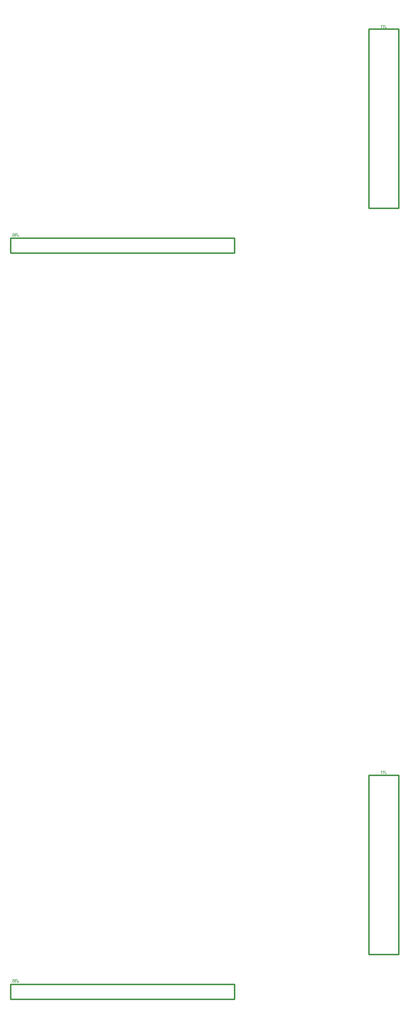
<source format=gbr>
G04 DipTrace 2.4.0.2*
%INBottomSilk.gbr*%
%MOMM*%
%ADD10C,0.25*%
%ADD12C,0.076*%
%FSLAX53Y53*%
G04*
G71*
G90*
G75*
G01*
%LNBotSilk*%
%LPD*%
X92710Y36830D2*
D10*
X97790D1*
Y6350D1*
X92710D1*
Y36830D1*
X31751Y-1270D2*
X69849D1*
Y1270D1*
X31751D1*
Y-1270D1*
X95407Y37574D2*
D12*
Y37185D1*
X95431Y37112D1*
X95456Y37088D1*
X95504Y37064D1*
X95553D1*
X95601Y37088D1*
X95626Y37112D1*
X95650Y37185D1*
Y37234D1*
X95250Y37476D2*
X95201Y37501D1*
X95128Y37573D1*
Y37064D1*
X94972Y37476D2*
X94923Y37501D1*
X94850Y37573D1*
Y37064D1*
X32854Y2114D2*
Y1725D1*
X32878Y1652D1*
X32903Y1628D1*
X32951Y1604D1*
X33000D1*
X33048Y1628D1*
X33072Y1652D1*
X33097Y1725D1*
Y1774D1*
X32697Y2016D2*
X32648Y2041D1*
X32575Y2113D1*
Y1604D1*
X32127Y2041D2*
X32151Y2089D1*
X32224Y2113D1*
X32272D1*
X32345Y2089D1*
X32394Y2016D1*
X32418Y1895D1*
Y1774D1*
X32394Y1677D1*
X32345Y1628D1*
X32272Y1604D1*
X32248D1*
X32176Y1628D1*
X32127Y1677D1*
X32103Y1750D1*
Y1774D1*
X32127Y1847D1*
X32176Y1895D1*
X32248Y1919D1*
X32272D1*
X32345Y1895D1*
X32394Y1847D1*
X32418Y1774D1*
X92710Y163670D2*
D10*
X97790D1*
Y133190D1*
X92710D1*
Y163670D1*
X31751Y125570D2*
X69849D1*
Y128110D1*
X31751D1*
Y125570D1*
X95407Y164414D2*
D12*
Y164025D1*
X95431Y163952D1*
X95456Y163928D1*
X95504Y163904D1*
X95553D1*
X95601Y163928D1*
X95626Y163952D1*
X95650Y164025D1*
Y164074D1*
X95250Y164316D2*
X95201Y164341D1*
X95128Y164413D1*
Y163904D1*
X94972Y164316D2*
X94923Y164341D1*
X94850Y164413D1*
Y163904D1*
X32854Y128954D2*
Y128565D1*
X32878Y128492D1*
X32903Y128468D1*
X32951Y128444D1*
X33000D1*
X33048Y128468D1*
X33072Y128492D1*
X33097Y128565D1*
Y128614D1*
X32697Y128856D2*
X32648Y128881D1*
X32575Y128953D1*
Y128444D1*
X32127Y128881D2*
X32151Y128929D1*
X32224Y128953D1*
X32272D1*
X32345Y128929D1*
X32394Y128856D1*
X32418Y128735D1*
Y128614D1*
X32394Y128517D1*
X32345Y128468D1*
X32272Y128444D1*
X32248D1*
X32176Y128468D1*
X32127Y128517D1*
X32103Y128590D1*
Y128614D1*
X32127Y128687D1*
X32176Y128735D1*
X32248Y128759D1*
X32272D1*
X32345Y128735D1*
X32394Y128687D1*
X32418Y128614D1*
M02*

</source>
